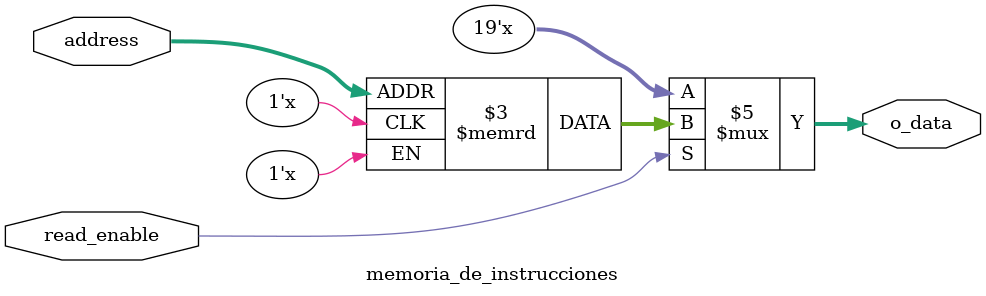
<source format=v>

module memoria_de_instrucciones(
    input wire read_enable,
    input [6:0] address,
    output reg [18:0] o_data
);

reg [18:0] mem [0:99];

always @* begin
    if (read_enable == 1'b1)
    begin
		o_data = mem[address];
	end
    else
    begin
        o_data = 19'dz;
    end
end

endmodule
</source>
